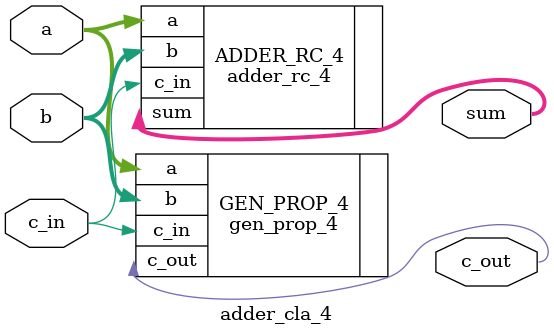
<source format=sv>
/*
  a 4 bit CLA adder block
*/

module adder_cla_4(a, b, c_in, sum, c_out);

input  wire [3:0] a, b;
input wire c_in;
output logic [3:0] sum;
output logic c_out;

wire G3, G2, G1, G0, P3, P2, P1, P0, G_out, P_out;

adder_rc_4 ADDER_RC_4(
  .a(a),
  .b(b),
  .c_in(c_in),
  .sum(sum)
);

gen_prop_4 GEN_PROP_4(
  .a(a),
  .b(b),
  .c_in(c_in),
  .c_out(c_out)
);

endmodule

</source>
